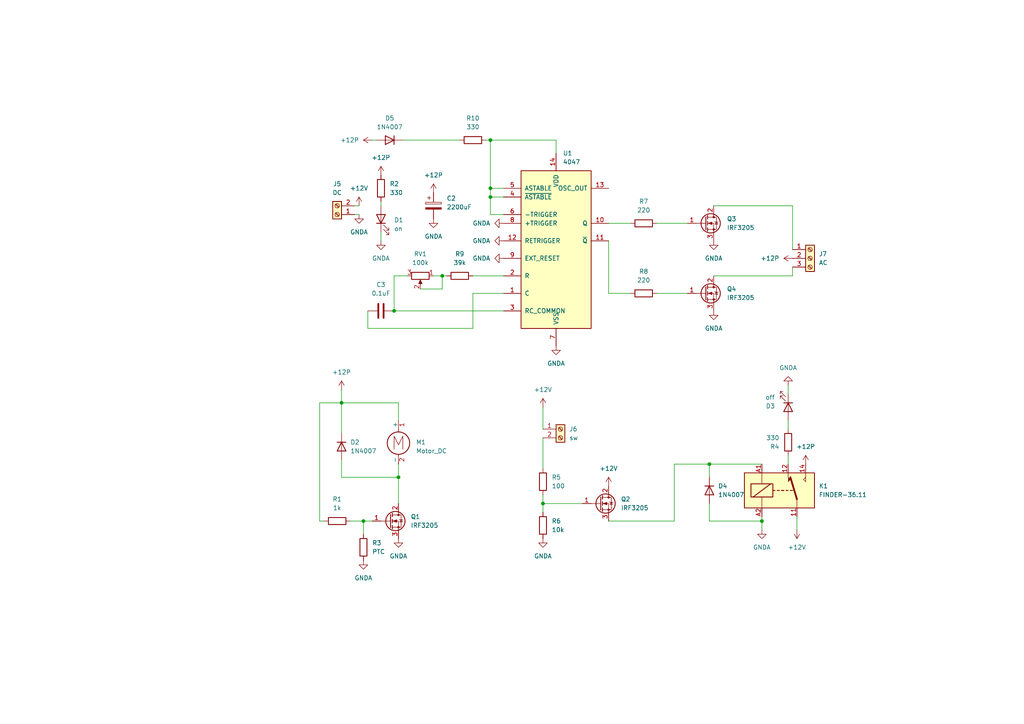
<source format=kicad_sch>
(kicad_sch (version 20230121) (generator eeschema)
  (paper "A4")
  (lib_symbols
    (symbol "4xxx:4047" (pin_names (offset 1.016))
      (property "Reference" "U" (at -7.62 24.13 0))
      (property "Value" "4047" (at -7.62 -24.13 0))
      (symbol "4047_1_0"
        (pin input line (at -15.24 -12.7 0) (length 5.08) (name "C") (number "1"))
        (pin output line (at 15.24 7.62 180) (length 5.08) (name "Q") (number "10"))
        (pin output line (at 15.24 2.54 180) (length 5.08) (name "~{Q}") (number "11"))
        (pin input line (at -15.24 2.54 0) (length 5.08) (name "RETRIGGER") (number "12"))
        (pin output line (at 15.24 17.78 180) (length 5.08) (name "OSC_OUT") (number "13"))
        (pin power_in line (at 0 27.94 270) (length 5.08) (name "VDD") (number "14"))
        (pin input line (at -15.24 -7.62 0) (length 5.08) (name "R") (number "2"))
        (pin input line (at -15.24 -17.78 0) (length 5.08) (name "RC_COMMON") (number "3"))
        (pin input line (at -15.24 15.24 0) (length 5.08) (name "~{ASTABLE}") (number "4"))
        (pin input line (at -15.24 17.78 0) (length 5.08) (name "ASTABLE") (number "5"))
        (pin input line (at -15.24 10.16 0) (length 5.08) (name "-TRIGGER") (number "6"))
        (pin power_in line (at 0 -27.94 90) (length 5.08) (name "VSS") (number "7"))
        (pin input line (at -15.24 7.62 0) (length 5.08) (name "+TRIGGER") (number "8"))
        (pin input line (at -15.24 -2.54 0) (length 5.08) (name "EXT_RESET") (number "9"))
      )
      (symbol "4047_1_1"
        (rectangle (start -10.16 22.86) (end 10.16 -22.86) (stroke (width 0.254)) (fill (type background)))
      )
    )
    (symbol "Connector:Screw_Terminal_01x02" (pin_names (offset 1.016) hide)
      (property "Reference" "J" (at 0 2.54 0))
      (property "Value" "Screw_Terminal_01x02" (at 0 -5.08 0))
      (symbol "Screw_Terminal_01x02_1_1"
        (rectangle (start -1.27 1.27) (end 1.27 -3.81) (stroke (width 0.254)) (fill (type background)))
        (circle (center 0 -2.54) (radius 0.635) (stroke (width 0.1524)))
        (polyline (pts (xy -0.5334 -2.2098) (xy 0.3302 -3.048)) (stroke (width 0.1524)))
        (polyline (pts (xy -0.5334 0.3302) (xy 0.3302 -0.508)) (stroke (width 0.1524)))
        (polyline (pts (xy -0.3556 -2.032) (xy 0.508 -2.8702)) (stroke (width 0.1524)))
        (polyline (pts (xy -0.3556 0.508) (xy 0.508 -0.3302)) (stroke (width 0.1524)))
        (circle (center 0 0) (radius 0.635) (stroke (width 0.1524)))
        (pin passive line (at -5.08 0 0) (length 3.81) (name "Pin_1") (number "1"))
        (pin passive line (at -5.08 -2.54 0) (length 3.81) (name "Pin_2") (number "2"))
      )
    )
    (symbol "Connector:Screw_Terminal_01x03" (pin_names (offset 1.016) hide)
      (property "Reference" "J" (at 0 5.08 0))
      (property "Value" "Screw_Terminal_01x03" (at 0 -5.08 0))
      (symbol "Screw_Terminal_01x03_1_1"
        (rectangle (start -1.27 3.81) (end 1.27 -3.81) (stroke (width 0.254)) (fill (type background)))
        (circle (center 0 -2.54) (radius 0.635) (stroke (width 0.1524)))
        (polyline (pts (xy -0.5334 -2.2098) (xy 0.3302 -3.048)) (stroke (width 0.1524)))
        (polyline (pts (xy -0.5334 0.3302) (xy 0.3302 -0.508)) (stroke (width 0.1524)))
        (polyline (pts (xy -0.5334 2.8702) (xy 0.3302 2.032)) (stroke (width 0.1524)))
        (polyline (pts (xy -0.3556 -2.032) (xy 0.508 -2.8702)) (stroke (width 0.1524)))
        (polyline (pts (xy -0.3556 0.508) (xy 0.508 -0.3302)) (stroke (width 0.1524)))
        (polyline (pts (xy -0.3556 3.048) (xy 0.508 2.2098)) (stroke (width 0.1524)))
        (circle (center 0 0) (radius 0.635) (stroke (width 0.1524)))
        (circle (center 0 2.54) (radius 0.635) (stroke (width 0.1524)))
        (pin passive line (at -5.08 2.54 0) (length 3.81) (name "Pin_1") (number "1"))
        (pin passive line (at -5.08 0 0) (length 3.81) (name "Pin_2") (number "2"))
        (pin passive line (at -5.08 -2.54 0) (length 3.81) (name "Pin_3") (number "3"))
      )
    )
    (symbol "Device:C" (pin_numbers hide) (pin_names (offset 0.254))
      (property "Reference" "C" (at 0.635 2.54 0))
      (property "Value" "C" (at 0.635 -2.54 0))
      (symbol "C_0_1"
        (polyline (pts (xy -2.032 -0.762) (xy 2.032 -0.762)) (stroke (width 0.508)))
        (polyline (pts (xy -2.032 0.762) (xy 2.032 0.762)) (stroke (width 0.508)))
      )
      (symbol "C_1_1"
        (pin passive line (at 0 3.81 270) (length 2.794) (name "~") (number "1"))
        (pin passive line (at 0 -3.81 90) (length 2.794) (name "~") (number "2"))
      )
    )
    (symbol "Device:C_Polarized" (pin_numbers hide) (pin_names (offset 0.254))
      (property "Reference" "C" (at 0.635 2.54 0))
      (property "Value" "C_Polarized" (at 0.635 -2.54 0))
      (symbol "C_Polarized_0_1"
        (rectangle (start -2.286 0.508) (end 2.286 1.016))
        (polyline (pts (xy -1.778 2.286) (xy -0.762 2.286)))
        (polyline (pts (xy -1.27 2.794) (xy -1.27 1.778)))
        (rectangle (start 2.286 -0.508) (end -2.286 -1.016) (fill (type outline)))
      )
      (symbol "C_Polarized_1_1"
        (pin passive line (at 0 3.81 270) (length 2.794) (name "~") (number "1"))
        (pin passive line (at 0 -3.81 90) (length 2.794) (name "~") (number "2"))
      )
    )
    (symbol "Device:LED" (pin_numbers hide) (pin_names (offset 1.016) hide)
      (property "Reference" "D" (at 0 2.54 0))
      (property "Value" "LED" (at 0 -2.54 0))
      (symbol "LED_0_1"
        (polyline (pts (xy -1.27 -1.27) (xy -1.27 1.27)) (stroke (width 0.254)))
        (polyline (pts (xy -1.27 0) (xy 1.27 0)))
        (polyline (pts (xy 1.27 -1.27) (xy 1.27 1.27) (xy -1.27 0) (xy 1.27 -1.27)) (stroke (width 0.254)))
        (polyline (pts (xy -3.048 -0.762) (xy -4.572 -2.286) (xy -3.81 -2.286) (xy -4.572 -2.286) (xy -4.572 -1.524)))
        (polyline (pts (xy -1.778 -0.762) (xy -3.302 -2.286) (xy -2.54 -2.286) (xy -3.302 -2.286) (xy -3.302 -1.524)))
      )
      (symbol "LED_1_1"
        (pin passive line (at -3.81 0 0) (length 2.54) (name "K") (number "1"))
        (pin passive line (at 3.81 0 180) (length 2.54) (name "A") (number "2"))
      )
    )
    (symbol "Device:R" (pin_numbers hide) (pin_names (offset 0))
      (property "Reference" "R" (at 2.032 0 90))
      (property "Value" "R" (at 0 0 90))
      (symbol "R_0_1"
        (rectangle (start -1.016 -2.54) (end 1.016 2.54) (stroke (width 0.254)))
      )
      (symbol "R_1_1"
        (pin passive line (at 0 3.81 270) (length 1.27) (name "~") (number "1"))
        (pin passive line (at 0 -3.81 90) (length 1.27) (name "~") (number "2"))
      )
    )
    (symbol "Device:R_Potentiometer" (pin_names (offset 1.016) hide)
      (property "Reference" "RV" (at -4.445 0 90))
      (property "Value" "R_Potentiometer" (at -2.54 0 90))
      (symbol "R_Potentiometer_0_1"
        (polyline (pts (xy 2.54 0) (xy 1.524 0)))
        (polyline (pts (xy 1.143 0) (xy 2.286 0.508) (xy 2.286 -0.508) (xy 1.143 0)) (fill (type outline)))
        (rectangle (start 1.016 2.54) (end -1.016 -2.54) (stroke (width 0.254)))
      )
      (symbol "R_Potentiometer_1_1"
        (pin passive line (at 0 3.81 270) (length 1.27) (name "1") (number "1"))
        (pin passive line (at 3.81 0 180) (length 1.27) (name "2") (number "2"))
        (pin passive line (at 0 -3.81 90) (length 1.27) (name "3") (number "3"))
      )
    )
    (symbol "Diode:1N4007" (pin_numbers hide) (pin_names hide)
      (property "Reference" "D" (at 0 2.54 0))
      (property "Value" "1N4007" (at 0 -2.54 0))
      (symbol "1N4007_0_1"
        (polyline (pts (xy -1.27 1.27) (xy -1.27 -1.27)) (stroke (width 0.254)))
        (polyline (pts (xy 1.27 0) (xy -1.27 0)))
        (polyline (pts (xy 1.27 1.27) (xy 1.27 -1.27) (xy -1.27 0) (xy 1.27 1.27)) (stroke (width 0.254)))
      )
      (symbol "1N4007_1_1"
        (pin passive line (at -3.81 0 0) (length 2.54) (name "K") (number "1"))
        (pin passive line (at 3.81 0 180) (length 2.54) (name "A") (number "2"))
      )
    )
    (symbol "Motor:Motor_DC" (pin_names (offset 0))
      (property "Reference" "M" (at 2.54 2.54 0))
      (property "Value" "Motor_DC" (at 2.54 -5.08 0))
      (symbol "Motor_DC_0_0"
        (polyline (pts (xy -1.27 -3.302) (xy -1.27 0.508) (xy 0 -2.032) (xy 1.27 0.508) (xy 1.27 -3.302)))
      )
      (symbol "Motor_DC_0_1"
        (circle (center 0 -1.524) (radius 3.2512) (stroke (width 0.254)))
        (polyline (pts (xy 0 -7.62) (xy 0 -7.112)))
        (polyline (pts (xy 0 -4.7752) (xy 0 -5.1816)))
        (polyline (pts (xy 0 1.7272) (xy 0 2.0828)))
        (polyline (pts (xy 0 2.032) (xy 0 2.54)))
      )
      (symbol "Motor_DC_1_1"
        (pin passive line (at 0 5.08 270) (length 2.54) (name "+") (number "1"))
        (pin passive line (at 0 -7.62 90) (length 2.54) (name "-") (number "2"))
      )
    )
    (symbol "Relay:FINDER-36.11"
      (property "Reference" "K" (at 11.43 3.81 0))
      (property "Value" "FINDER-36.11" (at 11.43 1.27 0))
      (symbol "FINDER-36.11_0_0"
        (polyline (pts (xy 2.54 3.81) (xy 2.54 5.08)))
        (polyline (pts (xy 7.62 3.81) (xy 7.62 5.08)))
        (polyline (pts (xy 7.62 3.81) (xy 7.62 2.54) (xy 6.985 3.175) (xy 7.62 3.81)))
      )
      (symbol "FINDER-36.11_0_1"
        (rectangle (start -10.16 5.08) (end 10.16 -5.08) (stroke (width 0.254)) (fill (type background)))
        (rectangle (start -8.255 1.905) (end -1.905 -1.905) (stroke (width 0.254)))
        (polyline (pts (xy -7.62 -1.905) (xy -2.54 1.905)) (stroke (width 0.254)))
        (polyline (pts (xy -5.08 -5.08) (xy -5.08 -1.905)))
        (polyline (pts (xy -5.08 5.08) (xy -5.08 1.905)))
        (polyline (pts (xy -1.905 0) (xy -1.27 0)) (stroke (width 0.254)))
        (polyline (pts (xy -0.635 0) (xy 0 0)) (stroke (width 0.254)))
        (polyline (pts (xy 0.635 0) (xy 1.27 0)) (stroke (width 0.254)))
        (polyline (pts (xy 0.635 0) (xy 1.27 0)) (stroke (width 0.254)))
        (polyline (pts (xy 1.905 0) (xy 2.54 0)) (stroke (width 0.254)))
        (polyline (pts (xy 3.175 0) (xy 3.81 0)) (stroke (width 0.254)))
        (polyline (pts (xy 5.08 -2.54) (xy 3.175 3.81)) (stroke (width 0.508)))
        (polyline (pts (xy 5.08 -2.54) (xy 5.08 -5.08)))
        (polyline (pts (xy 2.54 2.54) (xy 3.175 3.175) (xy 2.54 3.81)) (fill (type outline)))
      )
      (symbol "FINDER-36.11_1_1"
        (pin passive line (at 5.08 -7.62 90) (length 2.54) (name "~") (number "11"))
        (pin passive line (at 2.54 7.62 270) (length 2.54) (name "~") (number "12"))
        (pin passive line (at 7.62 7.62 270) (length 2.54) (name "~") (number "14"))
        (pin passive line (at -5.08 7.62 270) (length 2.54) (name "~") (number "A1"))
        (pin passive line (at -5.08 -7.62 90) (length 2.54) (name "~") (number "A2"))
      )
    )
    (symbol "Transistor_FET:IRF3205" (pin_names hide)
      (property "Reference" "Q" (at 6.35 1.905 0))
      (property "Value" "IRF3205" (at 6.35 0 0))
      (symbol "IRF3205_0_1"
        (polyline (pts (xy 0.254 0) (xy -2.54 0)))
        (polyline (pts (xy 0.254 1.905) (xy 0.254 -1.905)) (stroke (width 0.254)))
        (polyline (pts (xy 0.762 -1.27) (xy 0.762 -2.286)) (stroke (width 0.254)))
        (polyline (pts (xy 0.762 0.508) (xy 0.762 -0.508)) (stroke (width 0.254)))
        (polyline (pts (xy 0.762 2.286) (xy 0.762 1.27)) (stroke (width 0.254)))
        (polyline (pts (xy 2.54 2.54) (xy 2.54 1.778)))
        (polyline (pts (xy 2.54 -2.54) (xy 2.54 0) (xy 0.762 0)))
        (polyline (pts (xy 0.762 -1.778) (xy 3.302 -1.778) (xy 3.302 1.778) (xy 0.762 1.778)))
        (polyline (pts (xy 1.016 0) (xy 2.032 0.381) (xy 2.032 -0.381) (xy 1.016 0)) (fill (type outline)))
        (polyline (pts (xy 2.794 0.508) (xy 2.921 0.381) (xy 3.683 0.381) (xy 3.81 0.254)))
        (polyline (pts (xy 3.302 0.381) (xy 2.921 -0.254) (xy 3.683 -0.254) (xy 3.302 0.381)))
        (circle (center 1.651 0) (radius 2.794) (stroke (width 0.254)))
        (circle (center 2.54 -1.778) (radius 0.254) (fill (type outline)))
        (circle (center 2.54 1.778) (radius 0.254) (fill (type outline)))
      )
      (symbol "IRF3205_1_1"
        (pin input line (at -5.08 0 0) (length 2.54) (name "G") (number "1"))
        (pin passive line (at 2.54 5.08 270) (length 2.54) (name "D") (number "2"))
        (pin passive line (at 2.54 -5.08 90) (length 2.54) (name "S") (number "3"))
      )
    )
    (symbol "power:+12P" (power) (pin_names (offset 0))
      (property "Value" "+12P" (at 0 3.556 0))
      (symbol "+12P_0_1"
        (polyline (pts (xy -0.762 1.27) (xy 0 2.54)))
        (polyline (pts (xy 0 0) (xy 0 2.54)))
        (polyline (pts (xy 0 2.54) (xy 0.762 1.27)))
      )
      (symbol "+12P_1_1"
        (pin power_in line (at 0 0 90) (length 0) hide (name "+12P") (number "1"))
      )
    )
    (symbol "power:+12V" (power) (pin_names (offset 0))
      (property "Value" "+12V" (at 0 3.556 0))
      (symbol "+12V_0_1"
        (polyline (pts (xy -0.762 1.27) (xy 0 2.54)))
        (polyline (pts (xy 0 0) (xy 0 2.54)))
        (polyline (pts (xy 0 2.54) (xy 0.762 1.27)))
      )
      (symbol "+12V_1_1"
        (pin power_in line (at 0 0 90) (length 0) hide (name "+12V") (number "1"))
      )
    )
    (symbol "power:GNDA" (power) (pin_names (offset 0))
      (property "Value" "GNDA" (at 0 -3.81 0))
      (symbol "GNDA_0_1"
        (polyline (pts (xy 0 0) (xy 0 -1.27) (xy 1.27 -1.27) (xy 0 -2.54) (xy -1.27 -1.27) (xy 0 -1.27)))
      )
      (symbol "GNDA_1_1"
        (pin power_in line (at 0 0 270) (length 0) hide (name "GNDA") (number "1"))
      )
    )
  )
  (junction (at 220.98 151.13))
  (junction (at 205.74 134.62))
  (junction (at 114.3 90.17))
  (junction (at 105.41 151.13))
  (junction (at 99.06 116.84))
  (junction (at 115.57 138.43))
  (junction (at 142.24 40.64))
  (junction (at 157.48 146.05))
  (junction (at 142.24 57.15))
  (junction (at 142.24 54.61))
  (junction (at 128.27 80.01))
  (wire (pts (xy 101.6 151.13) (xy 105.41 151.13)))
  (wire (pts (xy 142.24 54.61) (xy 146.05 54.61)))
  (wire (pts (xy 137.16 85.09) (xy 146.05 85.09)))
  (wire (pts (xy 205.74 138.43) (xy 205.74 134.62)))
  (wire (pts (xy 110.49 58.42) (xy 110.49 59.69)))
  (wire (pts (xy 228.6 132.08) (xy 228.6 134.62)))
  (wire (pts (xy 228.6 111.76) (xy 228.6 114.3)))
  (wire (pts (xy 114.3 80.01) (xy 114.3 90.17)))
  (wire (pts (xy 190.5 64.77) (xy 199.39 64.77)))
  (wire (pts (xy 106.68 95.25) (xy 137.16 95.25)))
  (wire (pts (xy 195.58 134.62) (xy 205.74 134.62)))
  (wire (pts (xy 157.48 118.11) (xy 157.48 124.46)))
  (wire (pts (xy 114.3 90.17) (xy 146.05 90.17)))
  (wire (pts (xy 115.57 134.62) (xy 115.57 138.43)))
  (wire (pts (xy 146.05 62.23) (xy 142.24 62.23)))
  (wire (pts (xy 168.91 146.05) (xy 157.48 146.05)))
  (wire (pts (xy 157.48 127) (xy 157.48 135.89)))
  (wire (pts (xy 229.87 72.39) (xy 229.87 59.69)))
  (wire (pts (xy 157.48 146.05) (xy 157.48 143.51)))
  (wire (pts (xy 99.06 116.84) (xy 99.06 125.73)))
  (wire (pts (xy 142.24 57.15) (xy 142.24 54.61)))
  (wire (pts (xy 142.24 62.23) (xy 142.24 57.15)))
  (wire (pts (xy 104.14 62.23) (xy 102.87 62.23)))
  (wire (pts (xy 99.06 113.03) (xy 99.06 116.84)))
  (wire (pts (xy 92.71 116.84) (xy 99.06 116.84)))
  (wire (pts (xy 205.74 146.05) (xy 205.74 151.13)))
  (wire (pts (xy 229.87 59.69) (xy 207.01 59.69)))
  (wire (pts (xy 110.49 67.31) (xy 110.49 69.85)))
  (wire (pts (xy 121.92 83.82) (xy 128.27 83.82)))
  (wire (pts (xy 142.24 40.64) (xy 140.97 40.64)))
  (wire (pts (xy 205.74 151.13) (xy 220.98 151.13)))
  (wire (pts (xy 105.41 154.94) (xy 105.41 151.13)))
  (wire (pts (xy 220.98 149.86) (xy 220.98 151.13)))
  (wire (pts (xy 176.53 64.77) (xy 182.88 64.77)))
  (wire (pts (xy 115.57 116.84) (xy 115.57 121.92)))
  (wire (pts (xy 99.06 138.43) (xy 115.57 138.43)))
  (wire (pts (xy 228.6 124.46) (xy 228.6 121.92)))
  (wire (pts (xy 128.27 83.82) (xy 128.27 80.01)))
  (wire (pts (xy 229.87 77.47) (xy 229.87 80.01)))
  (wire (pts (xy 142.24 57.15) (xy 146.05 57.15)))
  (wire (pts (xy 231.14 153.67) (xy 231.14 149.86)))
  (wire (pts (xy 190.5 85.09) (xy 199.39 85.09)))
  (wire (pts (xy 142.24 54.61) (xy 142.24 40.64)))
  (wire (pts (xy 92.71 116.84) (xy 92.71 151.13)))
  (wire (pts (xy 220.98 151.13) (xy 220.98 153.67)))
  (wire (pts (xy 161.29 40.64) (xy 142.24 40.64)))
  (wire (pts (xy 93.98 151.13) (xy 92.71 151.13)))
  (wire (pts (xy 128.27 80.01) (xy 129.54 80.01)))
  (wire (pts (xy 99.06 116.84) (xy 115.57 116.84)))
  (wire (pts (xy 176.53 151.13) (xy 195.58 151.13)))
  (wire (pts (xy 137.16 80.01) (xy 146.05 80.01)))
  (wire (pts (xy 116.84 40.64) (xy 133.35 40.64)))
  (wire (pts (xy 118.11 80.01) (xy 114.3 80.01)))
  (wire (pts (xy 176.53 69.85) (xy 176.53 85.09)))
  (wire (pts (xy 125.73 80.01) (xy 128.27 80.01)))
  (wire (pts (xy 104.14 59.69) (xy 102.87 59.69)))
  (wire (pts (xy 137.16 95.25) (xy 137.16 85.09)))
  (wire (pts (xy 105.41 151.13) (xy 107.95 151.13)))
  (wire (pts (xy 115.57 138.43) (xy 115.57 146.05)))
  (wire (pts (xy 176.53 85.09) (xy 182.88 85.09)))
  (wire (pts (xy 157.48 146.05) (xy 157.48 148.59)))
  (wire (pts (xy 109.22 40.64) (xy 107.95 40.64)))
  (wire (pts (xy 106.68 90.17) (xy 106.68 95.25)))
  (wire (pts (xy 161.29 44.45) (xy 161.29 40.64)))
  (wire (pts (xy 229.87 80.01) (xy 207.01 80.01)))
  (wire (pts (xy 195.58 151.13) (xy 195.58 134.62)))
  (wire (pts (xy 99.06 133.35) (xy 99.06 138.43)))
  (wire (pts (xy 205.74 134.62) (xy 220.98 134.62)))
  (symbol (lib_id "power:+12P") (at 125.73 55.88 0) (unit 1)
    (property "Reference" "#PWR014" (effects hide))
    (property "Value" "+12P" (at 125.73 50.8 0))
  )
  (symbol (lib_id "4xxx:4047") (at 161.29 72.39 0) (unit 1)
    (property "Reference" "U1" (at 163.2459 44.45 0) (effects (justify left)))
    (property "Value" "4047" (at 163.2459 46.99 0) (effects (justify left)))
    (property "Footprint" "Package_DIP:DIP-14_W7.62mm_LongPads" (effects hide))
    (property "Datasheet" "https://www.ti.com/lit/ds/symlink/cd4047b.pdf" (effects hide))
  )
  (symbol (lib_id "Device:R") (at 137.16 40.64 270) (unit 1)
    (property "Reference" "R10" (at 137.16 34.29 90))
    (property "Value" "330" (at 137.16 36.83 90))
    (property "Footprint" "Resistor_THT:R_Axial_DIN0207_L6.3mm_D2.5mm_P7.62mm_Horizontal" (effects hide))
  )
  (symbol (lib_id "Device:R") (at 110.49 54.61 180) (unit 1)
    (property "Reference" "R2" (at 113.03 53.34 0) (effects (justify right)))
    (property "Value" "330" (at 113.03 55.88 0) (effects (justify right)))
    (property "Footprint" "Resistor_THT:R_Axial_DIN0207_L6.3mm_D2.5mm_P7.62mm_Horizontal" (effects hide))
  )
  (symbol (lib_id "Device:R") (at 157.48 139.7 180) (unit 1)
    (property "Reference" "R5" (at 160.02 138.43 0) (effects (justify right)))
    (property "Value" "100" (at 160.02 140.97 0) (effects (justify right)))
    (property "Footprint" "Resistor_THT:R_Axial_DIN0207_L6.3mm_D2.5mm_P7.62mm_Horizontal" (effects hide))
  )
  (symbol (lib_id "power:GNDA") (at 228.6 111.76 180) (unit 1)
    (property "Reference" "#PWR032" (effects hide))
    (property "Value" "GNDA" (at 228.6 106.68 0))
  )
  (symbol (lib_id "Connector:Screw_Terminal_01x02") (at 162.56 124.46 0) (unit 1)
    (property "Reference" "J6" (at 165.1 124.46 0) (effects (justify left)))
    (property "Value" "sw" (at 165.1 127 0) (effects (justify left)))
    (property "Footprint" "Connector_PinHeader_2.54mm:PinHeader_1x02_P2.54mm_Vertical" (effects hide))
  )
  (symbol (lib_id "Device:LED") (at 228.6 118.11 270) (unit 1)
    (property "Reference" "D3" (at 224.79 117.7925 90) (effects (justify right)))
    (property "Value" "off" (at 224.79 115.2525 90) (effects (justify right)))
    (property "Footprint" "LED_THT:LED_D5.0mm" (effects hide))
  )
  (symbol (lib_id "power:+12V") (at 104.14 59.69 0) (unit 1)
    (property "Reference" "#PWR06" (effects hide))
    (property "Value" "+12V" (at 104.14 54.61 0))
  )
  (symbol (lib_id "Device:C") (at 110.49 90.17 90) (unit 1)
    (property "Reference" "C3" (at 110.49 82.55 90))
    (property "Value" "0.1uF" (at 110.49 85.09 90))
    (property "Footprint" "Capacitor_THT:C_Disc_D5.0mm_W2.5mm_P5.00mm" (effects hide))
  )
  (symbol (lib_id "Transistor_FET:IRF3205") (at 204.47 85.09 0) (unit 1)
    (property "Reference" "Q4" (at 210.82 83.82 0) (effects (justify left)))
    (property "Value" "IRF3205" (at 210.82 86.36 0) (effects (justify left)))
    (property "Footprint" "Package_TO_SOT_THT:TO-220-3_Vertical" (effects hide))
    (property "Datasheet" "http://www.irf.com/product-info/datasheets/data/irf3205.pdf" (effects hide))
  )
  (symbol (lib_id "Diode:1N4007") (at 99.06 129.54 270) (unit 1)
    (property "Reference" "D2" (at 101.6 128.27 90) (effects (justify left)))
    (property "Value" "1N4007" (at 101.6 130.81 90) (effects (justify left)))
    (property "Footprint" "Diode_THT:D_DO-41_SOD81_P10.16mm_Horizontal" (effects hide))
    (property "Datasheet" "http://www.vishay.com/docs/88503/1n4001.pdf" (effects hide))
    (property "Sim.Device" "D" (effects hide))
    (property "Sim.Pins" "1=K 2=A" (effects hide))
  )
  (symbol (lib_id "power:+12P") (at 99.06 113.03 0) (unit 1)
    (property "Reference" "#PWR09" (effects hide))
    (property "Value" "+12P" (at 99.06 107.95 0))
  )
  (symbol (lib_id "Device:LED") (at 110.49 63.5 90) (unit 1)
    (property "Reference" "D1" (at 114.3 63.8175 90) (effects (justify right)))
    (property "Value" "on" (at 114.3 66.3575 90) (effects (justify right)))
    (property "Footprint" "LED_THT:LED_D5.0mm" (effects hide))
  )
  (symbol (lib_id "Relay:FINDER-36.11") (at 226.06 142.24 0) (unit 1)
    (property "Reference" "K1" (at 237.49 140.97 0) (effects (justify left)))
    (property "Value" "FINDER-36.11" (at 237.49 143.51 0) (effects (justify left)))
    (property "Footprint" "Relay_THT:Relay_SPDT_Finder_36.11" (effects hide))
    (property "Datasheet" "https://gfinder.findernet.com/public/attachments/36/EN/S36EN.pdf" (effects hide))
  )
  (symbol (lib_id "Transistor_FET:IRF3205") (at 113.03 151.13 0) (unit 1)
    (property "Reference" "Q1" (at 119.126 149.86 0) (effects (justify left)))
    (property "Value" "IRF3205" (at 119.126 152.4 0) (effects (justify left)))
    (property "Footprint" "Package_TO_SOT_THT:TO-220-3_Vertical" (effects hide))
    (property "Datasheet" "http://www.irf.com/product-info/datasheets/data/irf3205.pdf" (effects hide))
  )
  (symbol (lib_id "Connector:Screw_Terminal_01x02") (at 97.79 62.23 180) (unit 1)
    (property "Reference" "J5" (at 97.79 53.34 0))
    (property "Value" "DC" (at 97.79 55.88 0))
    (property "Footprint" "TerminalBlock:TerminalBlock_bornier-2_P5.08mm" (effects hide))
  )
  (symbol (lib_id "power:+12V") (at 157.48 118.11 0) (unit 1)
    (property "Reference" "#PWR018" (effects hide))
    (property "Value" "+12V" (at 157.48 113.03 0))
  )
  (symbol (lib_id "power:GNDA") (at 125.73 63.5 0) (unit 1)
    (property "Reference" "#PWR015" (effects hide))
    (property "Value" "GNDA" (at 125.73 68.58 0))
  )
  (symbol (lib_id "power:GNDA") (at 146.05 74.93 270) (unit 1)
    (property "Reference" "#PWR01" (effects hide))
    (property "Value" "GNDA" (at 142.24 74.93 90) (effects (justify right)))
  )
  (symbol (lib_id "Device:R") (at 133.35 80.01 270) (unit 1)
    (property "Reference" "R9" (at 133.35 73.66 90))
    (property "Value" "39k" (at 133.35 76.2 90))
    (property "Footprint" "Resistor_THT:R_Axial_DIN0207_L6.3mm_D2.5mm_P7.62mm_Horizontal" (effects hide))
  )
  (symbol (lib_id "power:GNDA") (at 161.29 100.33 0) (unit 1)
    (property "Reference" "#PWR020" (effects hide))
    (property "Value" "GNDA" (at 161.29 105.41 0))
  )
  (symbol (lib_id "power:+12P") (at 233.68 134.62 0) (unit 1)
    (property "Reference" "#PWR031" (effects hide))
    (property "Value" "+12P" (at 233.68 129.54 0))
  )
  (symbol (lib_id "power:+12P") (at 229.87 74.93 90) (unit 1)
    (property "Reference" "#PWR029" (effects hide))
    (property "Value" "+12P" (at 226.06 74.93 90) (effects (justify left)))
  )
  (symbol (lib_id "power:+12P") (at 107.95 40.64 90) (unit 1)
    (property "Reference" "#PWR016" (effects hide))
    (property "Value" "+12P" (at 104.14 40.64 90) (effects (justify left)))
  )
  (symbol (lib_id "power:GNDA") (at 110.49 69.85 0) (unit 1)
    (property "Reference" "#PWR08" (effects hide))
    (property "Value" "GNDA" (at 110.49 74.93 0))
  )
  (symbol (lib_id "Device:R") (at 228.6 128.27 0) (unit 1)
    (property "Reference" "R4" (at 226.06 129.54 0) (effects (justify right)))
    (property "Value" "330" (at 226.06 127 0) (effects (justify right)))
    (property "Footprint" "Resistor_THT:R_Axial_DIN0207_L6.3mm_D2.5mm_P7.62mm_Horizontal" (effects hide))
  )
  (symbol (lib_id "Device:R") (at 105.41 158.75 0) (unit 1)
    (property "Reference" "R3" (at 107.95 157.48 0) (effects (justify left)))
    (property "Value" "PTC" (at 107.95 160.02 0) (effects (justify left)))
    (property "Footprint" "Resistor_THT:R_Axial_DIN0204_L3.6mm_D1.6mm_P5.08mm_Horizontal" (effects hide))
  )
  (symbol (lib_id "Motor:Motor_DC") (at 115.57 127 0) (unit 1)
    (property "Reference" "M1" (at 120.65 128.27 0) (effects (justify left)))
    (property "Value" "Motor_DC" (at 120.65 130.81 0) (effects (justify left)))
    (property "Footprint" "Connector_PinHeader_2.54mm:PinHeader_1x02_P2.54mm_Vertical" (effects hide))
  )
  (symbol (lib_id "power:GNDA") (at 146.05 69.85 270) (unit 1)
    (property "Reference" "#PWR02" (effects hide))
    (property "Value" "GNDA" (at 142.24 69.85 90) (effects (justify right)))
  )
  (symbol (lib_id "Device:R_Potentiometer") (at 121.92 80.01 270) (unit 1)
    (property "Reference" "RV1" (at 121.92 73.66 90))
    (property "Value" "100k" (at 121.92 76.2 90))
    (property "Footprint" "Potentiometer_THT:Potentiometer_Runtron_RM-065_Vertical" (effects hide))
  )
  (symbol (lib_id "power:GNDA") (at 207.01 90.17 0) (unit 1)
    (property "Reference" "#PWR025" (effects hide))
    (property "Value" "GNDA" (at 207.01 95.25 0))
  )
  (symbol (lib_id "power:+12V") (at 231.14 153.67 180) (unit 1)
    (property "Reference" "#PWR030" (effects hide))
    (property "Value" "+12V" (at 231.14 158.75 0))
  )
  (symbol (lib_id "power:+12V") (at 176.53 140.97 0) (unit 1)
    (property "Reference" "#PWR021" (effects hide))
    (property "Value" "+12V" (at 176.53 135.89 0))
  )
  (symbol (lib_id "power:+12P") (at 110.49 50.8 0) (unit 1)
    (property "Reference" "#PWR07" (effects hide))
    (property "Value" "+12P" (at 110.49 45.72 0))
  )
  (symbol (lib_id "Diode:1N4007") (at 113.03 40.64 180) (unit 1)
    (property "Reference" "D5" (at 113.03 34.29 0))
    (property "Value" "1N4007" (at 113.03 36.83 0))
    (property "Footprint" "Diode_THT:D_DO-41_SOD81_P10.16mm_Horizontal" (effects hide))
    (property "Datasheet" "http://www.vishay.com/docs/88503/1n4001.pdf" (effects hide))
    (property "Sim.Device" "D" (effects hide))
    (property "Sim.Pins" "1=K 2=A" (effects hide))
  )
  (symbol (lib_id "power:GNDA") (at 105.41 162.56 0) (unit 1)
    (property "Reference" "#PWR010" (effects hide))
    (property "Value" "GNDA" (at 105.41 167.64 0))
  )
  (symbol (lib_id "power:GNDA") (at 157.48 156.21 0) (unit 1)
    (property "Reference" "#PWR019" (effects hide))
    (property "Value" "GNDA" (at 157.48 161.29 0))
  )
  (symbol (lib_id "Device:R") (at 97.79 151.13 90) (unit 1)
    (property "Reference" "R1" (at 97.79 144.78 90))
    (property "Value" "1k" (at 97.79 147.32 90))
    (property "Footprint" "Resistor_THT:R_Axial_DIN0207_L6.3mm_D2.5mm_P7.62mm_Horizontal" (effects hide))
  )
  (symbol (lib_id "Device:R") (at 157.48 152.4 180) (unit 1)
    (property "Reference" "R6" (at 160.02 151.13 0) (effects (justify right)))
    (property "Value" "10k" (at 160.02 153.67 0) (effects (justify right)))
    (property "Footprint" "Resistor_THT:R_Axial_DIN0207_L6.3mm_D2.5mm_P7.62mm_Horizontal" (effects hide))
  )
  (symbol (lib_id "Connector:Screw_Terminal_01x03") (at 234.95 74.93 0) (unit 1)
    (property "Reference" "J7" (at 237.49 73.66 0) (effects (justify left)))
    (property "Value" "AC" (at 237.49 76.2 0) (effects (justify left)))
    (property "Footprint" "TerminalBlock:TerminalBlock_bornier-3_P5.08mm" (effects hide))
  )
  (symbol (lib_id "power:GNDA") (at 146.05 64.77 270) (unit 1)
    (property "Reference" "#PWR03" (effects hide))
    (property "Value" "GNDA" (at 142.24 64.77 90) (effects (justify right)))
  )
  (symbol (lib_id "Diode:1N4007") (at 205.74 142.24 270) (unit 1)
    (property "Reference" "D4" (at 208.28 140.97 90) (effects (justify left)))
    (property "Value" "1N4007" (at 208.28 143.51 90) (effects (justify left)))
    (property "Footprint" "Diode_THT:D_DO-41_SOD81_P10.16mm_Horizontal" (effects hide))
    (property "Datasheet" "http://www.vishay.com/docs/88503/1n4001.pdf" (effects hide))
    (property "Sim.Device" "D" (effects hide))
    (property "Sim.Pins" "1=K 2=A" (effects hide))
  )
  (symbol (lib_id "power:GNDA") (at 104.14 62.23 0) (unit 1)
    (property "Reference" "#PWR05" (effects hide))
    (property "Value" "GNDA" (at 104.14 67.31 0))
  )
  (symbol (lib_id "power:GNDA") (at 220.98 153.67 0) (unit 1)
    (property "Reference" "#PWR028" (effects hide))
    (property "Value" "GNDA" (at 220.98 158.75 0))
  )
  (symbol (lib_id "Device:R") (at 186.69 64.77 90) (unit 1)
    (property "Reference" "R7" (at 186.69 58.42 90))
    (property "Value" "220" (at 186.69 60.96 90))
    (property "Footprint" "Resistor_THT:R_Axial_DIN0207_L6.3mm_D2.5mm_P7.62mm_Horizontal" (effects hide))
  )
  (symbol (lib_id "Transistor_FET:IRF3205") (at 204.47 64.77 0) (unit 1)
    (property "Reference" "Q3" (at 210.82 63.5 0) (effects (justify left)))
    (property "Value" "IRF3205" (at 210.82 66.04 0) (effects (justify left)))
    (property "Footprint" "Package_TO_SOT_THT:TO-220-3_Vertical" (effects hide))
    (property "Datasheet" "http://www.irf.com/product-info/datasheets/data/irf3205.pdf" (effects hide))
  )
  (symbol (lib_id "Device:R") (at 186.69 85.09 90) (unit 1)
    (property "Reference" "R8" (at 186.69 78.74 90))
    (property "Value" "220" (at 186.69 81.28 90))
    (property "Footprint" "Resistor_THT:R_Axial_DIN0207_L6.3mm_D2.5mm_P7.62mm_Horizontal" (effects hide))
  )
  (symbol (lib_id "Transistor_FET:IRF3205") (at 173.99 146.05 0) (unit 1)
    (property "Reference" "Q2" (at 180.086 144.78 0) (effects (justify left)))
    (property "Value" "IRF3205" (at 180.086 147.32 0) (effects (justify left)))
    (property "Footprint" "Package_TO_SOT_THT:TO-220-3_Vertical" (effects hide))
    (property "Datasheet" "http://www.irf.com/product-info/datasheets/data/irf3205.pdf" (effects hide))
  )
  (symbol (lib_id "Device:C_Polarized") (at 125.73 59.69 0) (unit 1)
    (property "Reference" "C2" (at 129.54 57.531 0) (effects (justify left)))
    (property "Value" "2200uF" (at 129.54 60.071 0) (effects (justify left)))
    (property "Footprint" "Capacitor_THT:CP_Radial_D10.0mm_P5.00mm" (effects hide))
  )
  (symbol (lib_id "power:GNDA") (at 115.57 156.21 0) (unit 1)
    (property "Reference" "#PWR04" (effects hide))
    (property "Value" "GNDA" (at 115.57 161.29 0))
  )
  (symbol (lib_id "power:GNDA") (at 207.01 69.85 0) (unit 1)
    (property "Reference" "#PWR024" (effects hide))
    (property "Value" "GNDA" (at 207.01 74.93 0))
  )
)
</source>
